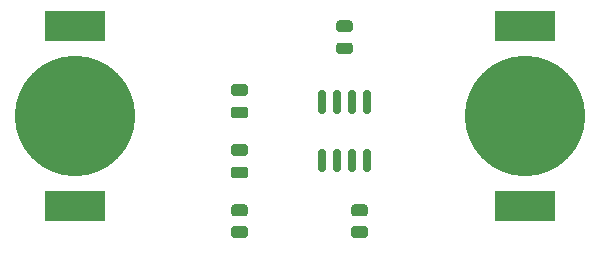
<source format=gbr>
%TF.GenerationSoftware,KiCad,Pcbnew,(5.1.10)-1*%
%TF.CreationDate,2021-10-03T20:45:00-07:00*%
%TF.ProjectId,IntroProject,496e7472-6f50-4726-9f6a-6563742e6b69,rev?*%
%TF.SameCoordinates,Original*%
%TF.FileFunction,Soldermask,Top*%
%TF.FilePolarity,Negative*%
%FSLAX46Y46*%
G04 Gerber Fmt 4.6, Leading zero omitted, Abs format (unit mm)*
G04 Created by KiCad (PCBNEW (5.1.10)-1) date 2021-10-03 20:45:00*
%MOMM*%
%LPD*%
G01*
G04 APERTURE LIST*
%ADD10R,5.100000X2.500000*%
%ADD11C,10.200000*%
G04 APERTURE END LIST*
D10*
%TO.C,BT1*%
X139700000Y-99040000D03*
X139700000Y-83840000D03*
D11*
X139700000Y-91440000D03*
%TD*%
%TO.C,BT2*%
X177800000Y-91440000D03*
D10*
X177800000Y-83840000D03*
X177800000Y-99040000D03*
%TD*%
%TO.C,C1*%
G36*
G01*
X154145000Y-89720000D02*
X153195000Y-89720000D01*
G75*
G02*
X152945000Y-89470000I0J250000D01*
G01*
X152945000Y-88970000D01*
G75*
G02*
X153195000Y-88720000I250000J0D01*
G01*
X154145000Y-88720000D01*
G75*
G02*
X154395000Y-88970000I0J-250000D01*
G01*
X154395000Y-89470000D01*
G75*
G02*
X154145000Y-89720000I-250000J0D01*
G01*
G37*
G36*
G01*
X154145000Y-91620000D02*
X153195000Y-91620000D01*
G75*
G02*
X152945000Y-91370000I0J250000D01*
G01*
X152945000Y-90870000D01*
G75*
G02*
X153195000Y-90620000I250000J0D01*
G01*
X154145000Y-90620000D01*
G75*
G02*
X154395000Y-90870000I0J-250000D01*
G01*
X154395000Y-91370000D01*
G75*
G02*
X154145000Y-91620000I-250000J0D01*
G01*
G37*
%TD*%
%TO.C,C2*%
G36*
G01*
X154145000Y-96700000D02*
X153195000Y-96700000D01*
G75*
G02*
X152945000Y-96450000I0J250000D01*
G01*
X152945000Y-95950000D01*
G75*
G02*
X153195000Y-95700000I250000J0D01*
G01*
X154145000Y-95700000D01*
G75*
G02*
X154395000Y-95950000I0J-250000D01*
G01*
X154395000Y-96450000D01*
G75*
G02*
X154145000Y-96700000I-250000J0D01*
G01*
G37*
G36*
G01*
X154145000Y-94800000D02*
X153195000Y-94800000D01*
G75*
G02*
X152945000Y-94550000I0J250000D01*
G01*
X152945000Y-94050000D01*
G75*
G02*
X153195000Y-93800000I250000J0D01*
G01*
X154145000Y-93800000D01*
G75*
G02*
X154395000Y-94050000I0J-250000D01*
G01*
X154395000Y-94550000D01*
G75*
G02*
X154145000Y-94800000I-250000J0D01*
G01*
G37*
%TD*%
%TO.C,D1*%
G36*
G01*
X163016250Y-86182500D02*
X162103750Y-86182500D01*
G75*
G02*
X161860000Y-85938750I0J243750D01*
G01*
X161860000Y-85451250D01*
G75*
G02*
X162103750Y-85207500I243750J0D01*
G01*
X163016250Y-85207500D01*
G75*
G02*
X163260000Y-85451250I0J-243750D01*
G01*
X163260000Y-85938750D01*
G75*
G02*
X163016250Y-86182500I-243750J0D01*
G01*
G37*
G36*
G01*
X163016250Y-84307500D02*
X162103750Y-84307500D01*
G75*
G02*
X161860000Y-84063750I0J243750D01*
G01*
X161860000Y-83576250D01*
G75*
G02*
X162103750Y-83332500I243750J0D01*
G01*
X163016250Y-83332500D01*
G75*
G02*
X163260000Y-83576250I0J-243750D01*
G01*
X163260000Y-84063750D01*
G75*
G02*
X163016250Y-84307500I-243750J0D01*
G01*
G37*
%TD*%
%TO.C,R1*%
G36*
G01*
X164280001Y-101755000D02*
X163379999Y-101755000D01*
G75*
G02*
X163130000Y-101505001I0J249999D01*
G01*
X163130000Y-100979999D01*
G75*
G02*
X163379999Y-100730000I249999J0D01*
G01*
X164280001Y-100730000D01*
G75*
G02*
X164530000Y-100979999I0J-249999D01*
G01*
X164530000Y-101505001D01*
G75*
G02*
X164280001Y-101755000I-249999J0D01*
G01*
G37*
G36*
G01*
X164280001Y-99930000D02*
X163379999Y-99930000D01*
G75*
G02*
X163130000Y-99680001I0J249999D01*
G01*
X163130000Y-99154999D01*
G75*
G02*
X163379999Y-98905000I249999J0D01*
G01*
X164280001Y-98905000D01*
G75*
G02*
X164530000Y-99154999I0J-249999D01*
G01*
X164530000Y-99680001D01*
G75*
G02*
X164280001Y-99930000I-249999J0D01*
G01*
G37*
%TD*%
%TO.C,R2*%
G36*
G01*
X154120001Y-99930000D02*
X153219999Y-99930000D01*
G75*
G02*
X152970000Y-99680001I0J249999D01*
G01*
X152970000Y-99154999D01*
G75*
G02*
X153219999Y-98905000I249999J0D01*
G01*
X154120001Y-98905000D01*
G75*
G02*
X154370000Y-99154999I0J-249999D01*
G01*
X154370000Y-99680001D01*
G75*
G02*
X154120001Y-99930000I-249999J0D01*
G01*
G37*
G36*
G01*
X154120001Y-101755000D02*
X153219999Y-101755000D01*
G75*
G02*
X152970000Y-101505001I0J249999D01*
G01*
X152970000Y-100979999D01*
G75*
G02*
X153219999Y-100730000I249999J0D01*
G01*
X154120001Y-100730000D01*
G75*
G02*
X154370000Y-100979999I0J-249999D01*
G01*
X154370000Y-101505001D01*
G75*
G02*
X154120001Y-101755000I-249999J0D01*
G01*
G37*
%TD*%
%TO.C,U1*%
G36*
G01*
X164315000Y-89260000D02*
X164615000Y-89260000D01*
G75*
G02*
X164765000Y-89410000I0J-150000D01*
G01*
X164765000Y-91060000D01*
G75*
G02*
X164615000Y-91210000I-150000J0D01*
G01*
X164315000Y-91210000D01*
G75*
G02*
X164165000Y-91060000I0J150000D01*
G01*
X164165000Y-89410000D01*
G75*
G02*
X164315000Y-89260000I150000J0D01*
G01*
G37*
G36*
G01*
X163045000Y-89260000D02*
X163345000Y-89260000D01*
G75*
G02*
X163495000Y-89410000I0J-150000D01*
G01*
X163495000Y-91060000D01*
G75*
G02*
X163345000Y-91210000I-150000J0D01*
G01*
X163045000Y-91210000D01*
G75*
G02*
X162895000Y-91060000I0J150000D01*
G01*
X162895000Y-89410000D01*
G75*
G02*
X163045000Y-89260000I150000J0D01*
G01*
G37*
G36*
G01*
X161775000Y-89260000D02*
X162075000Y-89260000D01*
G75*
G02*
X162225000Y-89410000I0J-150000D01*
G01*
X162225000Y-91060000D01*
G75*
G02*
X162075000Y-91210000I-150000J0D01*
G01*
X161775000Y-91210000D01*
G75*
G02*
X161625000Y-91060000I0J150000D01*
G01*
X161625000Y-89410000D01*
G75*
G02*
X161775000Y-89260000I150000J0D01*
G01*
G37*
G36*
G01*
X160505000Y-89260000D02*
X160805000Y-89260000D01*
G75*
G02*
X160955000Y-89410000I0J-150000D01*
G01*
X160955000Y-91060000D01*
G75*
G02*
X160805000Y-91210000I-150000J0D01*
G01*
X160505000Y-91210000D01*
G75*
G02*
X160355000Y-91060000I0J150000D01*
G01*
X160355000Y-89410000D01*
G75*
G02*
X160505000Y-89260000I150000J0D01*
G01*
G37*
G36*
G01*
X160505000Y-94210000D02*
X160805000Y-94210000D01*
G75*
G02*
X160955000Y-94360000I0J-150000D01*
G01*
X160955000Y-96010000D01*
G75*
G02*
X160805000Y-96160000I-150000J0D01*
G01*
X160505000Y-96160000D01*
G75*
G02*
X160355000Y-96010000I0J150000D01*
G01*
X160355000Y-94360000D01*
G75*
G02*
X160505000Y-94210000I150000J0D01*
G01*
G37*
G36*
G01*
X161775000Y-94210000D02*
X162075000Y-94210000D01*
G75*
G02*
X162225000Y-94360000I0J-150000D01*
G01*
X162225000Y-96010000D01*
G75*
G02*
X162075000Y-96160000I-150000J0D01*
G01*
X161775000Y-96160000D01*
G75*
G02*
X161625000Y-96010000I0J150000D01*
G01*
X161625000Y-94360000D01*
G75*
G02*
X161775000Y-94210000I150000J0D01*
G01*
G37*
G36*
G01*
X163045000Y-94210000D02*
X163345000Y-94210000D01*
G75*
G02*
X163495000Y-94360000I0J-150000D01*
G01*
X163495000Y-96010000D01*
G75*
G02*
X163345000Y-96160000I-150000J0D01*
G01*
X163045000Y-96160000D01*
G75*
G02*
X162895000Y-96010000I0J150000D01*
G01*
X162895000Y-94360000D01*
G75*
G02*
X163045000Y-94210000I150000J0D01*
G01*
G37*
G36*
G01*
X164315000Y-94210000D02*
X164615000Y-94210000D01*
G75*
G02*
X164765000Y-94360000I0J-150000D01*
G01*
X164765000Y-96010000D01*
G75*
G02*
X164615000Y-96160000I-150000J0D01*
G01*
X164315000Y-96160000D01*
G75*
G02*
X164165000Y-96010000I0J150000D01*
G01*
X164165000Y-94360000D01*
G75*
G02*
X164315000Y-94210000I150000J0D01*
G01*
G37*
%TD*%
M02*

</source>
